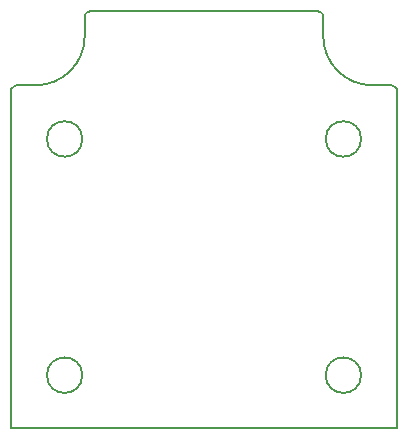
<source format=gbr>
%TF.GenerationSoftware,KiCad,Pcbnew,5.1.10*%
%TF.CreationDate,2021-09-21T18:29:05-07:00*%
%TF.ProjectId,PotBoard,506f7442-6f61-4726-942e-6b696361645f,rev?*%
%TF.SameCoordinates,Original*%
%TF.FileFunction,Profile,NP*%
%FSLAX46Y46*%
G04 Gerber Fmt 4.6, Leading zero omitted, Abs format (unit mm)*
G04 Created by KiCad (PCBNEW 5.1.10) date 2021-09-21 18:29:05*
%MOMM*%
%LPD*%
G01*
G04 APERTURE LIST*
%TA.AperFunction,Profile*%
%ADD10C,0.200000*%
%TD*%
G04 APERTURE END LIST*
D10*
X127103000Y-125918000D02*
G75*
G03*
X127103000Y-125918000I-1500000J0D01*
G01*
X150702999Y-125918000D02*
G75*
G03*
X150702999Y-125918000I-1500000J0D01*
G01*
X150702999Y-105918000D02*
G75*
G03*
X150702999Y-105918000I-1500000J0D01*
G01*
X127103000Y-105918000D02*
G75*
G03*
X127103000Y-105918000I-1500000J0D01*
G01*
X121055201Y-101870030D02*
X121055201Y-130418000D01*
X127305201Y-95620030D02*
X127305201Y-97218000D01*
X153750799Y-101869778D02*
X153712758Y-101678728D01*
X121554778Y-101370201D02*
X121363728Y-101408242D01*
X123153001Y-101370201D02*
X121555030Y-101370201D01*
X153250970Y-101370201D02*
X151653000Y-101370201D01*
X153442272Y-101408242D02*
X153251223Y-101370201D01*
X127804778Y-95120201D02*
X127613728Y-95158242D01*
X153750799Y-130418000D02*
X153750799Y-101870030D01*
X147354423Y-95266577D02*
X147192272Y-95158242D01*
X147192272Y-95158242D02*
X147001223Y-95120201D01*
X147462758Y-95428728D02*
X147354423Y-95266577D01*
X147000970Y-95120201D02*
X127805030Y-95120201D01*
X147500799Y-95619778D02*
X147462758Y-95428728D01*
X121363728Y-101408242D02*
X121201577Y-101516577D01*
X153604423Y-101516577D02*
X153442272Y-101408242D01*
X121055201Y-130418000D02*
X153750799Y-130418000D01*
X127305201Y-97217999D02*
G75*
G02*
X123153001Y-101370201I-4152201J-1D01*
G01*
X153712758Y-101678728D02*
X153604423Y-101516577D01*
X151653000Y-101370201D02*
G75*
G02*
X147500799Y-97218000I0J4152201D01*
G01*
X127343242Y-95428728D02*
X127305201Y-95619777D01*
X127613728Y-95158242D02*
X127451577Y-95266577D01*
X127451577Y-95266577D02*
X127343242Y-95428728D01*
X121093242Y-101678728D02*
X121055201Y-101869777D01*
X147500799Y-97218000D02*
X147500799Y-95620030D01*
X121201577Y-101516577D02*
X121093242Y-101678728D01*
M02*

</source>
